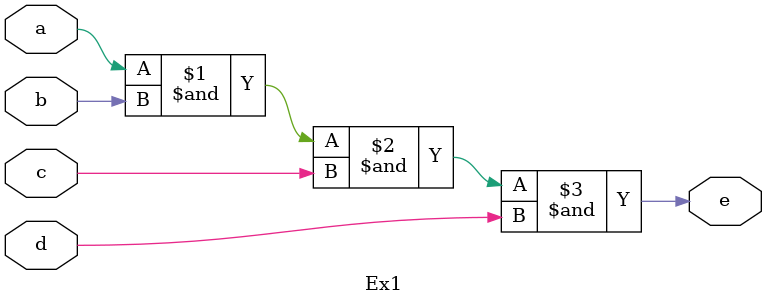
<source format=v>
`timescale 1ns/1ps
module Ex1 (
    input a,
    input b,
    input c,
    input  d,
    output wire e
);
  assign e= a & b & c & d;   
endmodule
</source>
